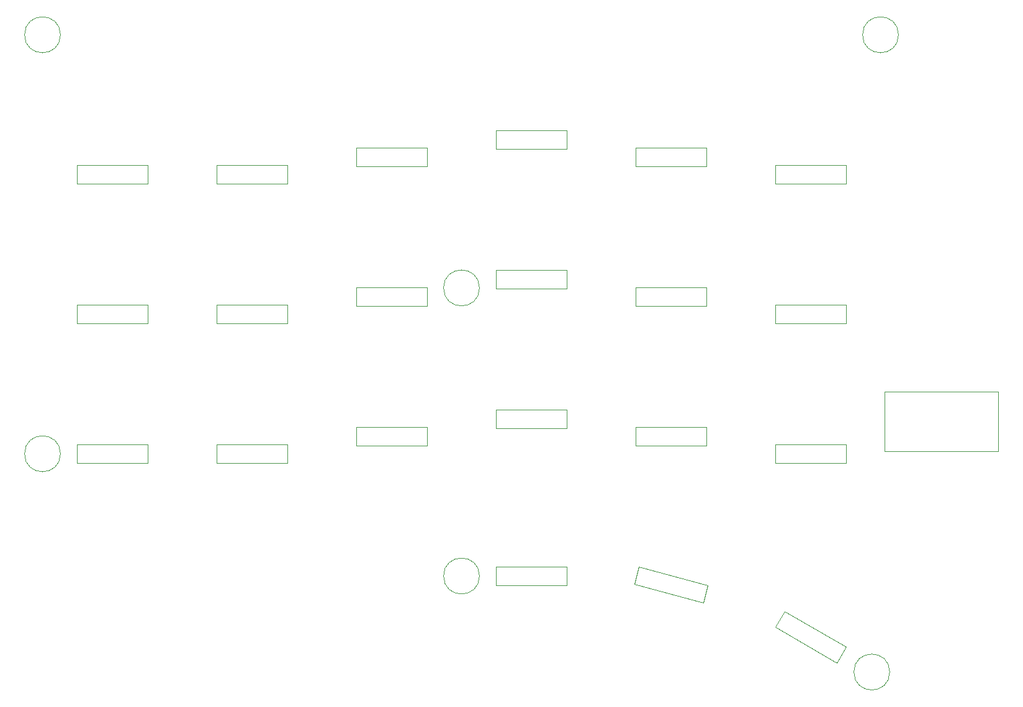
<source format=gbr>
G04 #@! TF.GenerationSoftware,KiCad,Pcbnew,8.0.4*
G04 #@! TF.CreationDate,2024-09-10T22:18:47+03:00*
G04 #@! TF.ProjectId,muikku42,6d75696b-6b75-4343-922e-6b696361645f,rev?*
G04 #@! TF.SameCoordinates,Original*
G04 #@! TF.FileFunction,Other,User*
%FSLAX46Y46*%
G04 Gerber Fmt 4.6, Leading zero omitted, Abs format (unit mm)*
G04 Created by KiCad (PCBNEW 8.0.4) date 2024-09-10 22:18:47*
%MOMM*%
%LPD*%
G01*
G04 APERTURE LIST*
%ADD10C,0.050000*%
G04 APERTURE END LIST*
D10*
G04 #@! TO.C,D12*
X147539999Y-84475001D02*
X147539999Y-86975001D01*
X147539999Y-86975001D02*
X157259999Y-86975001D01*
X157259999Y-84475001D02*
X147539999Y-84475001D01*
X157259999Y-86975001D02*
X157259999Y-84475001D01*
G04 #@! TO.C,D17*
X128489999Y-101143751D02*
X128489999Y-103643751D01*
X128489999Y-103643751D02*
X138209999Y-103643751D01*
X138209999Y-101143751D02*
X128489999Y-101143751D01*
X138209999Y-103643751D02*
X138209999Y-101143751D01*
G04 #@! TO.C,D21*
X147566116Y-128430657D02*
X155983883Y-133290657D01*
X148816116Y-126265593D02*
X147566116Y-128430657D01*
X155983883Y-133290657D02*
X157233883Y-131125593D01*
X157233883Y-131125593D02*
X148816116Y-126265593D01*
G04 #@! TO.C,D2*
X71339999Y-65425001D02*
X71339999Y-67925001D01*
X71339999Y-67925001D02*
X81059999Y-67925001D01*
X81059999Y-65425001D02*
X71339999Y-65425001D01*
X81059999Y-67925001D02*
X81059999Y-65425001D01*
G04 #@! TO.C,D4*
X109439999Y-60662501D02*
X109439999Y-63162501D01*
X109439999Y-63162501D02*
X119159999Y-63162501D01*
X119159999Y-60662501D02*
X109439999Y-60662501D01*
X119159999Y-63162501D02*
X119159999Y-60662501D01*
G04 #@! TO.C,D13*
X52289999Y-103525001D02*
X52289999Y-106025001D01*
X52289999Y-106025001D02*
X62009999Y-106025001D01*
X62009999Y-103525001D02*
X52289999Y-103525001D01*
X62009999Y-106025001D02*
X62009999Y-103525001D01*
G04 #@! TO.C,REF\u002A\u002A*
X163184375Y-134540625D02*
G75*
G02*
X158284375Y-134540625I-2450000J0D01*
G01*
X158284375Y-134540625D02*
G75*
G02*
X163184375Y-134540625I2450000J0D01*
G01*
G04 #@! TO.C,J1*
X162496875Y-96331250D02*
X162496875Y-104431250D01*
X177996875Y-96331250D02*
X162496875Y-96331250D01*
X177996875Y-96331250D02*
X177996875Y-104431250D01*
X177996875Y-104431250D02*
X162496875Y-104431250D01*
G04 #@! TO.C,D15*
X90389999Y-101143751D02*
X90389999Y-103643751D01*
X90389999Y-103643751D02*
X100109999Y-103643751D01*
X100109999Y-101143751D02*
X90389999Y-101143751D01*
X100109999Y-103643751D02*
X100109999Y-101143751D01*
G04 #@! TO.C,D9*
X90389999Y-82093751D02*
X90389999Y-84593751D01*
X90389999Y-84593751D02*
X100109999Y-84593751D01*
X100109999Y-82093751D02*
X90389999Y-82093751D01*
X100109999Y-84593751D02*
X100109999Y-82093751D01*
G04 #@! TO.C,D11*
X128489999Y-82093751D02*
X128489999Y-84593751D01*
X128489999Y-84593751D02*
X138209999Y-84593751D01*
X138209999Y-82093751D02*
X128489999Y-82093751D01*
X138209999Y-84593751D02*
X138209999Y-82093751D01*
G04 #@! TO.C,D7*
X52289999Y-84475001D02*
X52289999Y-86975001D01*
X52289999Y-86975001D02*
X62009999Y-86975001D01*
X62009999Y-84475001D02*
X52289999Y-84475001D01*
X62009999Y-86975001D02*
X62009999Y-84475001D01*
G04 #@! TO.C,REF\u002A\u002A*
X107225000Y-121443750D02*
G75*
G02*
X102325000Y-121443750I-2450000J0D01*
G01*
X102325000Y-121443750D02*
G75*
G02*
X107225000Y-121443750I2450000J0D01*
G01*
G04 #@! TO.C,D20*
X128332076Y-122583922D02*
X137720875Y-125099643D01*
X128979124Y-120169108D02*
X128332076Y-122583922D01*
X137720875Y-125099643D02*
X138367923Y-122684829D01*
X138367923Y-122684829D02*
X128979124Y-120169108D01*
G04 #@! TO.C,D10*
X109439999Y-79712501D02*
X109439999Y-82212501D01*
X109439999Y-82212501D02*
X119159999Y-82212501D01*
X119159999Y-79712501D02*
X109439999Y-79712501D01*
X119159999Y-82212501D02*
X119159999Y-79712501D01*
G04 #@! TO.C,D18*
X147539999Y-103525000D02*
X147539999Y-106025000D01*
X147539999Y-106025000D02*
X157259999Y-106025000D01*
X157259999Y-103525000D02*
X147539999Y-103525000D01*
X157259999Y-106025000D02*
X157259999Y-103525000D01*
G04 #@! TO.C,D3*
X90389999Y-63043751D02*
X90389999Y-65543751D01*
X90389999Y-65543751D02*
X100109999Y-65543751D01*
X100109999Y-63043751D02*
X90389999Y-63043751D01*
X100109999Y-65543751D02*
X100109999Y-63043751D01*
G04 #@! TO.C,REF\u002A\u002A*
X164375000Y-47625000D02*
G75*
G02*
X159475000Y-47625000I-2450000J0D01*
G01*
X159475000Y-47625000D02*
G75*
G02*
X164375000Y-47625000I2450000J0D01*
G01*
X50075000Y-47625000D02*
G75*
G02*
X45175000Y-47625000I-2450000J0D01*
G01*
X45175000Y-47625000D02*
G75*
G02*
X50075000Y-47625000I2450000J0D01*
G01*
G04 #@! TO.C,D1*
X52289999Y-65425001D02*
X52289999Y-67925001D01*
X52289999Y-67925001D02*
X62009999Y-67925001D01*
X62009999Y-65425001D02*
X52289999Y-65425001D01*
X62009999Y-67925001D02*
X62009999Y-65425001D01*
G04 #@! TO.C,REF\u002A\u002A*
X107225000Y-82153125D02*
G75*
G02*
X102325000Y-82153125I-2450000J0D01*
G01*
X102325000Y-82153125D02*
G75*
G02*
X107225000Y-82153125I2450000J0D01*
G01*
G04 #@! TO.C,D16*
X109439999Y-98762501D02*
X109439999Y-101262501D01*
X109439999Y-101262501D02*
X119159999Y-101262501D01*
X119159999Y-98762501D02*
X109439999Y-98762501D01*
X119159999Y-101262501D02*
X119159999Y-98762501D01*
G04 #@! TO.C,D5*
X128489999Y-63043751D02*
X128489999Y-65543751D01*
X128489999Y-65543751D02*
X138209999Y-65543751D01*
X138209999Y-63043751D02*
X128489999Y-63043751D01*
X138209999Y-65543751D02*
X138209999Y-63043751D01*
G04 #@! TO.C,D14*
X71339999Y-103525001D02*
X71339999Y-106025001D01*
X71339999Y-106025001D02*
X81059999Y-106025001D01*
X81059999Y-103525001D02*
X71339999Y-103525001D01*
X81059999Y-106025001D02*
X81059999Y-103525001D01*
G04 #@! TO.C,REF\u002A\u002A*
X50075000Y-104775000D02*
G75*
G02*
X45175000Y-104775000I-2450000J0D01*
G01*
X45175000Y-104775000D02*
G75*
G02*
X50075000Y-104775000I2450000J0D01*
G01*
G04 #@! TO.C,D19*
X109439999Y-120193751D02*
X109439999Y-122693751D01*
X109439999Y-122693751D02*
X119159999Y-122693751D01*
X119159999Y-120193751D02*
X109439999Y-120193751D01*
X119159999Y-122693751D02*
X119159999Y-120193751D01*
G04 #@! TO.C,D8*
X71339999Y-84475001D02*
X71339999Y-86975001D01*
X71339999Y-86975001D02*
X81059999Y-86975001D01*
X81059999Y-84475001D02*
X71339999Y-84475001D01*
X81059999Y-86975001D02*
X81059999Y-84475001D01*
G04 #@! TO.C,D6*
X147539999Y-65425001D02*
X147539999Y-67925001D01*
X147539999Y-67925001D02*
X157259999Y-67925001D01*
X157259999Y-65425001D02*
X147539999Y-65425001D01*
X157259999Y-67925001D02*
X157259999Y-65425001D01*
G04 #@! TD*
M02*

</source>
